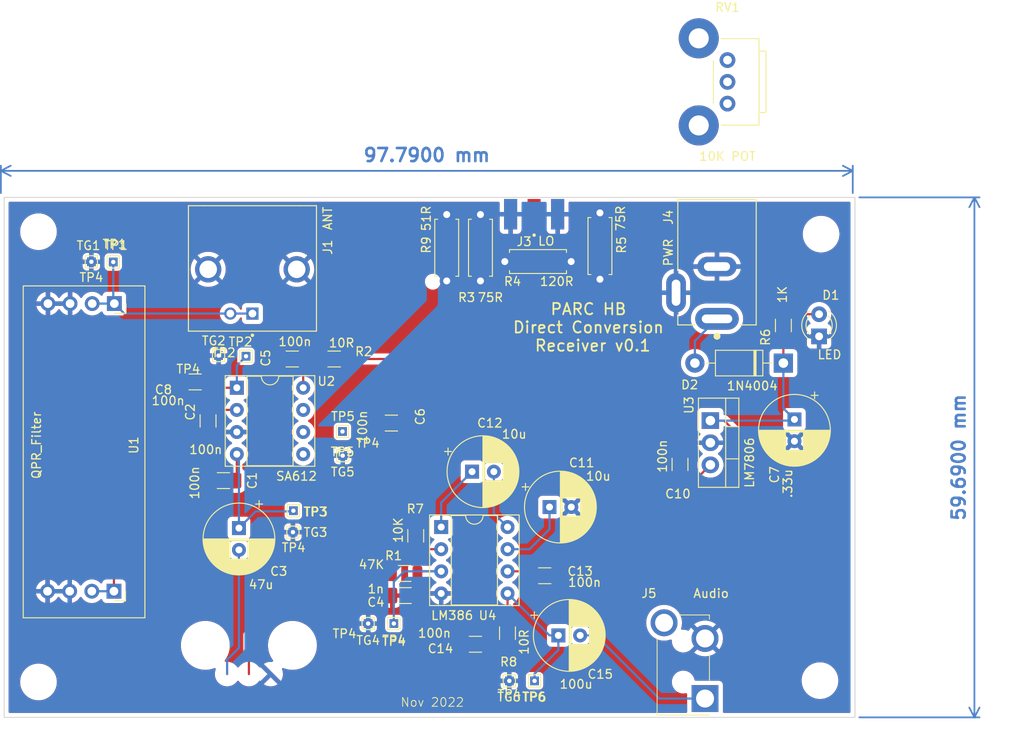
<source format=kicad_pcb>
(kicad_pcb (version 20211014) (generator pcbnew)
  (layers (0 "F.Cu" signal) (31 "B.Cu" signal) (34 "B.Paste" user) (35 "F.Paste" user) (36 "B.SilkS" user "B.Silkscreen") (37 "F.SilkS" user "F.Silkscreen") (38 "B.Mask" user) (39 "F.Mask" user) (44 "Edge.Cuts" user))
  (net 0 "")
  (net 1 "Net-(C1-Pad1)")
  (net 2 "GND")
  (net 3 "Net-(C2-Pad1)")
  (net 4 "Net-(C3-Pad2)")
  (net 5 "Net-(C4-Pad1)")
  (net 6 "Net-(C5-Pad1)")
  (net 7 "Net-(C6-Pad1)")
  (net 8 "12V")
  (net 9 "RX6V")
  (net 10 "Net-(D1-Pad2)")
  (net 11 "Net-(D2-Pad2)")
  (net 12 "Net-(C6-Pad2)")
  (net 13 "Net-(J1-Pad1)")
  (net 14 "Net-(J3-Pad1)")
  (net 15 "Net-(R1-Pad1)")
  (net 16 "Net-(C8-Pad1)")
  (net 19 "Net-(C11-Pad1)")
  (net 20 "Net-(C12-Pad1)")
  (net 21 "Net-(C12-Pad2)")
  (net 22 "Net-(C14-Pad1)")
  (net 23 "Net-(C15-Pad1)")
  (net 24 "Net-(C15-Pad2)")
  (net 25 "Net-(R7-Pad2)")
  (net 27 "Net-(C8-Pad2)")
  (footprint "Resistor_THT:R_Axial_DIN0207_L6.3mm_D2.5mm_P7.62mm_Horizontal" (layer "F.Cu") (at 72.517 32.7025 90)
    (fp_text reference "R9" (at 4.1275 -2.3495 90) (layer "F.SilkS"))
    (fp_text value "51R" (at 7.1755 -2.3495 90) (layer "F.SilkS"))
    (pad "1" thru_hole circle (at 0 0 90) (size 1.6 1.6) (drill 0.8) (layers *.Cu *.Mask) (net 7 "Net-(C6-Pad1)"))
    (pad "2" thru_hole oval (at 7.62 0 90) (size 1.6 1.6) (drill 0.8) (layers *.Cu *.Mask) (net 2 "GND"))
  )
  (footprint "Capacitor_THT:CP_Radial_D8.0mm_P2.50mm" (layer "F.Cu") (at 112.435 48.601849 -90)
    (fp_text reference "C7" (at 6.35 2.286 -270) (layer "F.SilkS"))
    (fp_text value ".33u" (at 7.366 0.762 -270) (layer "F.SilkS"))
    (pad "1" thru_hole rect (at 0 0 270) (size 1.6 1.6) (drill 0.8) (layers *.Cu *.Mask) (net 8 "12V"))
    (pad "2" thru_hole circle (at 2.5 0 270) (size 1.6 1.6) (drill 0.8) (layers *.Cu *.Mask) (net 2 "GND"))
  )
  (footprint "Capacitor_THT:CP_Radial_D8.0mm_P2.50mm" (layer "F.Cu") (at 84.318 58.664)
    (fp_text reference "C11" (at 3.692651 -5.08) (layer "F.SilkS"))
    (fp_text value "10u" (at 5.598 -3.546) (layer "F.SilkS"))
    (pad "1" thru_hole rect (at 0 0) (size 1.6 1.6) (drill 0.8) (layers *.Cu *.Mask) (net 19 "Net-(C11-Pad1)"))
    (pad "2" thru_hole circle (at 2.5 0) (size 1.6 1.6) (drill 0.8) (layers *.Cu *.Mask) (net 2 "GND"))
  )
  (footprint "Capacitor_SMD:C_1206_3216Metric" (layer "F.Cu") (at 43.6372 44.2976)
    (fp_text reference "C8" (at -3.6322 0.889 180) (layer "F.SilkS"))
    (fp_text value "100n" (at -3.0988 2.159) (layer "F.SilkS"))
    (pad "1" smd roundrect (at -1.475 0) (size 1.15 1.8) (layers "F.Cu" "F.Paste" "F.Mask") (roundrect_rratio 0.2173913043) (net 16 "Net-(C8-Pad1)"))
    (pad "2" smd roundrect (at 1.475 0) (size 1.15 1.8) (layers "F.Cu" "F.Paste" "F.Mask") (roundrect_rratio 0.2173913043) (net 27 "Net-(C8-Pad2)"))
  )
  (footprint "Custom_RF:CUI_PJ-002A" (layer "F.Cu") (at 103.545 37.0545 90)
    (fp_text reference "J4" (at 11.6545 -5.588 90) (layer "F.SilkS") (effects (font (size 1.000827 1.000827))))
    (fp_text value "PWR" (at 7.62 -5.588 90) (layer "F.SilkS") (effects (font (size 1.001181 1.001181))))
    (pad "1" thru_hole oval (at 0 0 90) (size 2.5 5) (drill oval 1 3.5) (layers *.Cu *.Mask) (net 11 "Net-(D2-Pad2)"))
    (pad "2" thru_hole oval (at 6 0 90) (size 2.25 4.5) (drill oval 1 3) (layers *.Cu *.Mask) (net 2 "GND"))
    (pad "3" thru_hole oval (at 3 -4.7 90) (size 4.5 2.25) (drill oval 3 1) (layers *.Cu *.Mask) (net 2 "GND"))
  )
  (footprint "Resistor_SMD:R_1206_3216Metric" (layer "F.Cu") (at 68.960651 61.966 -90)
    (fp_text reference "R7" (at -3.0888 0.050451 180) (layer "F.SilkS"))
    (fp_text value "10K" (at -0.6504 2.006251 -90) (layer "F.SilkS"))
    (pad "1" smd roundrect (at -1.4625 0 270) (size 1.125 1.75) (layers "F.Cu" "F.Paste" "F.Mask") (roundrect_rratio 0.2222222222) (net 2 "GND"))
    (pad "2" smd roundrect (at 1.4625 0 270) (size 1.125 1.75) (layers "F.Cu" "F.Paste" "F.Mask") (roundrect_rratio 0.2222222222) (net 25 "Net-(R7-Pad2)"))
  )
  (footprint "Resistor_THT:R_Axial_DIN0207_L6.3mm_D2.5mm_P7.62mm_Horizontal" (layer "F.Cu") (at 79.1845 30.48)
    (fp_text reference "R4" (at 0.889 2.286) (layer "F.SilkS"))
    (fp_text value "120R" (at 5.969 2.286) (layer "F.SilkS"))
    (pad "1" thru_hole circle (at 0 0) (size 1.6 1.6) (drill 0.8) (layers *.Cu *.Mask) (net 7 "Net-(C6-Pad1)"))
    (pad "2" thru_hole oval (at 7.62 0) (size 1.6 1.6) (drill 0.8) (layers *.Cu *.Mask) (net 14 "Net-(J3-Pad1)"))
  )
  (footprint "Capacitor_SMD:C_1206_3216Metric" (layer "F.Cu") (at 45.1204 48.778 -90)
    (fp_text reference "C2" (at -1.026 2.042 -90) (layer "F.SilkS"))
    (fp_text value "100n" (at 3.292 0.264 180) (layer "F.SilkS"))
    (pad "1" smd roundrect (at -1.475 0 270) (size 1.15 1.8) (layers "F.Cu" "F.Paste" "F.Mask") (roundrect_rratio 0.2173913043) (net 3 "Net-(C2-Pad1)"))
    (pad "2" smd roundrect (at 1.475 0 270) (size 1.15 1.8) (layers "F.Cu" "F.Paste" "F.Mask") (roundrect_rratio 0.2173913043) (net 2 "GND"))
  )
  (footprint "MountingHole:MountingHole_3.2mm_M3" (layer "F.Cu") (at 115.4938 27.3304)
    (fp_text reference "H4" hide)
    (fp_text value "MountingHole" hide)
    (pad "" np_thru_hole circle (at 0 0) (size 3.2 3.2) (drill 3.2) (layers *.Cu *.Mask))
  )
  (footprint "TestPoint:TestPoint_THTPad_1.0x1.0mm_Drill0.5mm" (layer "F.Cu") (at 79.7052 78.613)
    (fp_text reference "TG6" (at -0.0254 1.8542) (layer "F.SilkS"))
    (fp_text value "TP4" (at 0 1.55) (layer "F.SilkS"))
    (pad "1" thru_hole rect (at 0 0) (size 1 1) (drill 0.5) (layers *.Cu *.Mask) (net 2 "GND"))
  )
  (footprint "MountingHole:MountingHole_3.2mm_M3" (layer "F.Cu") (at 115.3668 78.5876)
    (fp_text reference "H3" hide)
    (fp_text value "MountingHole" hide)
    (pad "" np_thru_hole circle (at 0 0) (size 3.2 3.2) (drill 3.2) (layers *.Cu *.Mask))
  )
  (footprint "Package_DIP:DIP-8_W7.62mm_Socket" (layer "F.Cu") (at 71.882 60.96)
    (fp_text reference "U4" (at 5.324 10.15) (layer "F.SilkS"))
    (fp_text value "LM386" (at 1.26 10.15) (layer "F.SilkS"))
    (pad "1" thru_hole rect (at 0 0) (size 1.6 1.6) (drill 0.8) (layers *.Cu *.Mask) (net 20 "Net-(C12-Pad1)"))
    (pad "2" thru_hole oval (at 0 2.54) (size 1.6 1.6) (drill 0.8) (layers *.Cu *.Mask) (net 25 "Net-(R7-Pad2)"))
    (pad "3" thru_hole oval (at 0 5.08) (size 1.6 1.6) (drill 0.8) (layers *.Cu *.Mask) (net 5 "Net-(C4-Pad1)"))
    (pad "4" thru_hole oval (at 0 7.62) (size 1.6 1.6) (drill 0.8) (layers *.Cu *.Mask) (net 2 "GND"))
    (pad "5" thru_hole oval (at 7.62 7.62) (size 1.6 1.6) (drill 0.8) (layers *.Cu *.Mask) (net 23 "Net-(C15-Pad1)"))
    (pad "6" thru_hole oval (at 7.62 5.08) (size 1.6 1.6) (drill 0.8) (layers *.Cu *.Mask) (net 8 "12V"))
    (pad "7" thru_hole oval (at 7.62 2.54) (size 1.6 1.6) (drill 0.8) (layers *.Cu *.Mask) (net 19 "Net-(C11-Pad1)"))
    (pad "8" thru_hole oval (at 7.62 0) (size 1.6 1.6) (drill 0.8) (layers *.Cu *.Mask) (net 21 "Net-(C12-Pad2)"))
  )
  (footprint "MountingHole:MountingHole_3.2mm_M3" (layer "F.Cu") (at 25.654 78.74)
    (fp_text reference "H2" hide)
    (fp_text value "MountingHole" hide)
    (pad "" np_thru_hole circle (at 0 0) (size 3.2 3.2) (drill 3.2) (layers *.Cu *.Mask))
  )
  (footprint "Package_TO_SOT_THT:TO-220-3_Vertical" (layer "F.Cu") (at 102.783 48.7385 -90)
    (fp_text reference "U3" (at -1.778 2.453 -270) (layer "F.SilkS"))
    (fp_text value "LM7806" (at 4.826 -4.501 -270) (layer "F.SilkS"))
    (pad "1" thru_hole rect (at 0 0 270) (size 1.905 2) (drill 1.1) (layers *.Cu *.Mask) (net 8 "12V"))
    (pad "2" thru_hole oval (at 2.54 0 270) (size 1.905 2) (drill 1.1) (layers *.Cu *.Mask) (net 2 "GND"))
    (pad "3" thru_hole oval (at 5.08 0 270) (size 1.905 2) (drill 1.1) (layers *.Cu *.Mask) (net 9 "RX6V"))
  )
  (footprint "Resistor_SMD:R_1206_3216Metric" (layer "F.Cu") (at 79.492 73.142 90)
    (fp_text reference "R8" (at -3.302 0.136651) (layer "F.SilkS"))
    (fp_text value "10R" (at -1.016 1.914651 270) (layer "F.SilkS"))
    (pad "1" smd roundrect (at -1.4625 0 90) (size 1.125 1.75) (layers "F.Cu" "F.Paste" "F.Mask") (roundrect_rratio 0.2222222222) (net 22 "Net-(C14-Pad1)"))
    (pad "2" smd roundrect (at 1.4625 0 90) (size 1.125 1.75) (layers "F.Cu" "F.Paste" "F.Mask") (roundrect_rratio 0.2222222222) (net 23 "Net-(C15-Pad1)"))
  )
  (footprint "Capacitor_THT:CP_Radial_D8.0mm_P2.50mm" (layer "F.Cu") (at 85.334 73.396)
    (fp_text reference "C15" (at 4.8106 4.455) (layer "F.SilkS"))
    (fp_text value "100u" (at 2.042 5.598) (layer "F.SilkS"))
    (pad "1" thru_hole rect (at 0 0) (size 1.6 1.6) (drill 0.8) (layers *.Cu *.Mask) (net 23 "Net-(C15-Pad1)"))
    (pad "2" thru_hole circle (at 2.5 0) (size 1.6 1.6) (drill 0.8) (layers *.Cu *.Mask) (net 24 "Net-(C15-Pad2)"))
  )
  (footprint "TestPoint:TestPoint_THTPad_1.0x1.0mm_Drill0.5mm" (layer "F.Cu") (at 82.6008 78.613)
    (fp_text reference "TP6" (at 0 1.8796) (layer "F.SilkS"))
    (fp_text value "TP6" (at -0.0762 1.8288) (layer "F.SilkS"))
    (pad "1" thru_hole rect (at 0 0) (size 1 1) (drill 0.5) (layers *.Cu *.Mask) (net 23 "Net-(C15-Pad1)"))
  )
  (footprint "Custom_RF:Bourns_PTV09A_Horizontal_Pot" (layer "F.Cu") (at 104.749 12.3525)
    (fp_text reference "RV1" (at 0 -11.05) (layer "F.SilkS"))
    (fp_text value "10K POT" (at 0 6.05) (layer "F.SilkS"))
    (pad "" thru_hole circle (at -3.3 -7.5) (size 4.6 4.6) (drill 2.3) (layers *.Cu *.Mask))
    (pad "" thru_hole circle (at -3.3 2.5) (size 4.6 4.6) (drill 2.3) (layers *.Cu *.Mask))
    (pad "1" thru_hole circle (at 0 0) (size 1.8 1.8) (drill 1) (layers *.Cu *.Mask) (net 2 "GND"))
    (pad "2" thru_hole circle (at 0 -2.5) (size 1.8 1.8) (drill 1) (layers *.Cu *.Mask) (net 15 "Net-(R1-Pad1)"))
    (pad "3" thru_hole circle (at 0 -5) (size 1.8 1.8) (drill 1) (layers *.Cu *.Mask) (net 4 "Net-(C3-Pad2)"))
  )
  (footprint "Capacitor_SMD:C_1206_3216Metric" (layer "F.Cu") (at 66.167 49.022 180)
    (fp_text reference "C6" (at -3.302 0.7348 90) (layer "F.SilkS"))
    (fp_text value "100n" (at 3.302 -0.459 90) (layer "F.SilkS"))
    (pad "1" smd roundrect (at -1.475 0 180) (size 1.15 1.8) (layers "F.Cu" "F.Paste" "F.Mask") (roundrect_rratio 0.2173913043) (net 7 "Net-(C6-Pad1)"))
    (pad "2" smd roundrect (at 1.475 0 180) (size 1.15 1.8) (layers "F.Cu" "F.Paste" "F.Mask") (roundrect_rratio 0.2173913043) (net 12 "Net-(C6-Pad2)"))
  )
  (footprint "Capacitor_SMD:C_1206_3216Metric" (layer "F.Cu") (at 67.739651 68.824 180)
    (fp_text reference "C4" (at 3.351 -0.762 180) (layer "F.SilkS"))
    (fp_text value "1n" (at 3.351 0.762 180) (layer "F.SilkS"))
    (pad "1" smd roundrect (at -1.475 0 180) (size 1.15 1.8) (layers "F.Cu" "F.Paste" "F.Mask") (roundrect_rratio 0.2173913043) (net 5 "Net-(C4-Pad1)"))
    (pad "2" smd roundrect (at 1.475 0 180) (size 1.15 1.8) (layers "F.Cu" "F.Paste" "F.Mask") (roundrect_rratio 0.2173913043) (net 2 "GND"))
  )
  (footprint "MountingHole:MountingHole_3.2mm_M3" (layer "F.Cu") (at 25.654 27.051)
    (fp_text reference "H1" hide)
    (fp_text value "MountingHole" hide)
    (pad "" np_thru_hole circle (at 0 0) (size 3.2 3.2) (drill 3.2) (layers F&B.Cu *.Mask))
  )
  (footprint "Capacitor_SMD:C_1206_3216Metric" (layer "F.Cu") (at 54.7849 41.666 180)
    (fp_text reference "C5" (at 3.0451 0.1116 270) (layer "F.SilkS"))
    (fp_text value "100n" (at -0.3077 1.9912 180) (layer "F.SilkS"))
    (pad "1" smd roundrect (at -1.475 0 180) (size 1.15 1.8) (layers "F.Cu" "F.Paste" "F.Mask") (roundrect_rratio 0.2173913043) (net 6 "Net-(C5-Pad1)"))
    (pad "2" smd roundrect (at 1.475 0 180) (size 1.15 1.8) (layers "F.Cu" "F.Paste" "F.Mask") (roundrect_rratio 0.2173913043) (net 2 "GND"))
  )
  (footprint "Custom_RF:CONN_1-1337543-0" (layer "F.Cu") (at 50.2158 36.4505 -90)
    (fp_text reference "J1" (at -7.62 -8.636 -90) (layer "F.SilkS") (effects (font (size 1.001882 1.001882))))
    (fp_text value "ANT" (at -10.922 -8.636 90) (layer "F.SilkS") (effects (font (size 1.000929 1.000929))))
    (pad "1" thru_hole rect (at 0 0 270) (size 1.398 1.398) (drill 0.89) (layers *.Cu *.Mask) (net 13 "Net-(J1-Pad1)"))
    (pad "2" thru_hole circle (at 0 2.54 270) (size 1.398 1.398) (drill 0.89) (layers *.Cu *.Mask) (net 2 "GND"))
    (pad "P1" thru_hole circle (at -5.08 5.08 270) (size 3.015 3.015) (drill 2.01) (layers *.Cu *.Mask))
    (pad "P2" thru_hole circle (at -5.08 -5.08 270) (size 3.015 3.015) (drill 2.01) (layers *.Cu *.Mask))
  )
  (footprint "Custom_RF:48322230" (layer "F.Cu") (at 102.172 80.647)
    (fp_text reference "J5" (at -6.4394 -12.067) (layer "F.SilkS"))
    (fp_text value "Audio" (at 0.698 -12.067 180) (layer "F.SilkS"))
    (pad "" np_thru_hole circle (at -2.5 -6.6) (size 1.6 1.6) (drill 1.6) (layers *.Cu *.Mask))
    (pad "" np_thru_hole circle (at -2.5 -1.9) (size 1.6 1.6) (drill 1.6) (layers *.Cu *.Mask))
    (pad "1" thru_hole rect (at 0 0) (size 3.092 3.092) (drill 2.0616) (layers *.Cu *.Mask) (net 24 "Net-(C15-Pad2)"))
    (pad "2" thru_hole circle (at 0 -6.9) (size 3.092 3.092) (drill 2.0616) (layers *.Cu *.Mask) (net 2 "GND"))
    (pad "3" thru_hole circle (at -4.7 -8.7) (size 3.092 3.092) (drill 2.0616) (layers *.Cu *.Mask))
  )
  (footprint "TestPoint:TestPoint_THTPad_1.0x1.0mm_Drill0.5mm" (layer "F.Cu") (at 54.9148 59.0804)
    (fp_text reference "TP3" (at 2.5146 0.127) (layer "F.SilkS"))
    (fp_text value "TP3" (at 2.5908 0.1524) (layer "F.SilkS"))
    (pad "1" thru_hole rect (at 0 0) (size 1 1) (drill 0.5) (layers *.Cu *.Mask) (net 1 "Net-(C1-Pad1)"))
  )
  (footprint "Resistor_THT:R_Axial_DIN0207_L6.3mm_D2.5mm_P7.62mm_Horizontal" (layer "F.Cu") (at 76.3905 32.7025 90)
    (fp_text reference "R3" (at -1.905 -1.5875 180) (layer "F.SilkS"))
    (fp_text value "75R" (at -1.905 1.143 180) (layer "F.SilkS"))
    (pad "1" thru_hole circle (at 0 0 90) (size 1.6 1.6) (drill 0.8) (layers *.Cu *.Mask) (net 7 "Net-(C6-Pad1)"))
    (pad "2" thru_hole oval (at 7.62 0 90) (size 1.6 1.6) (drill 0.8) (layers *.Cu *.Mask) (net 2 "GND"))
  )
  (footprint "Capacitor_SMD:C_1206_3216Metric" (layer "F.Cu") (at 99.298 53.7695 90)
    (fp_text reference "C10" (at -3.3805 -0.238 180) (layer "F.SilkS"))
    (fp_text value "100n" (at 0.9375 -2.016 90) (layer "F.SilkS"))
    (pad "1" smd roundrect (at -1.475 0 90) (size 1.15 1.8) (layers "F.Cu" "F.Paste" "F.Mask") (roundrect_rratio 0.2173913043) (net 9 "RX6V"))
    (pad "2" smd roundrect (at 1.475 0 90) (size 1.15 1.8) (layers "F.Cu" "F.Paste" "F.Mask") (roundrect_rratio 0.2173913043) (net 2 "GND"))
  )
  (footprint "Resistor_SMD:R_1206_3216Metric" (layer "F.Cu") (at 67.690651 66.284)
    (fp_text reference "R1" (at -1.27 -2.032) (layer "F.SilkS"))
    (fp_text value "47K" (at -3.81 -1.016) (layer "F.SilkS"))
    (pad "1" smd roundrect (at -1.4625 0) (size 1.125 1.75) (layers "F.Cu" "F.Paste" "F.Mask") (roundrect_rratio 0.2222222222) (net 15 "Net-(R1-Pad1)"))
    (pad "2" smd roundrect (at 1.4625 0) (size 1.125 1.75) (layers "F.Cu" "F.Paste" "F.Mask") (roundrect_rratio 0.2222222222) (net 5 "Net-(C4-Pad1)"))
  )
  (footprint "Capacitor_THT:CP_Radial_D8.0mm_P2.50mm" (layer "F.Cu") (at 48.6664 61.077349 -90)
    (fp_text reference "C3" (at 4.962651 -4.572 180) (layer "F.SilkS"))
    (fp_text value "47u" (at 6.486651 -2.54 180) (layer "F.SilkS"))
    (pad "1" thru_hole rect (at 0 0 270) (size 1.6 1.6) (drill 0.8) (layers *.Cu *.Mask) (net 1 "Net-(C1-Pad1)"))
    (pad "2" thru_hole circle (at 2.5 0 270) (size 1.6 1.6) (drill 0.8) (layers *.Cu *.Mask) (net 4 "Net-(C3-Pad2)"))
  )
  (footprint "Package_DIP:DIP-8_W7.62mm_Socket" (layer "F.Cu") (at 48.4224 44.968)
    (fp_text reference "U2" (at 10.277 -0.7466) (layer "F.SilkS"))
    (fp_text value "SA612" (at 6.848 10.15) (layer "F.SilkS"))
    (pad "1" thru_hole rect (at 0 0) (size 1.6 1.6) (drill 0.8) (layers *.Cu *.Mask) (net 27 "Net-(C8-Pad2)"))
    (pad "2" thru_hole oval (at 0 2.54) (size 1.6 1.6) (drill 0.8) (layers *.Cu *.Mask) (net 3 "Net-(C2-Pad1)"))
    (pad "3" thru_hole oval (at 0 5.08) (size 1.6 1.6) (drill 0.8) (layers *.Cu *.Mask) (net 2 "GND"))
    (pad "4" thru_hole oval (at 0 7.62) (size 1.6 1.6) (drill 0.8) (layers *.Cu *.Mask) (net 1 "Net-(C1-Pad1)"))
    (pad "5" thru_hole oval (at 7.62 7.62) (size 1.6 1.6) (drill 0.8) (layers *.Cu *.Mask))
    (pad "6" thru_hole oval (at 7.62 5.08) (size 1.6 1.6) (drill 0.8) (layers *.Cu *.Mask) (net 12 "Net-(C6-Pad2)"))
    (pad "7" thru_hole oval (at 7.62 2.54) (size 1.6 1.6) (drill 0.8) (layers *.Cu *.Mask))
    (pad "8" thru_hole oval (at 7.62 0) (size 1.6 1.6) (drill 0.8) (layers *.Cu *.Mask) (net 6 "Net-(C5-Pad1)"))
  )
  (footprint "TestPoint:TestPoint_THTPad_1.0x1.0mm_Drill0.5mm" (layer "F.Cu") (at 63.5 72.0344)
    (fp_text reference "TG4" (at 0 1.9304) (layer "F.SilkS"))
    (fp_text value "TP4" (at -2.7178 1.1684) (layer "F.SilkS"))
    (pad "1" thru_hole rect (at 0 0) (size 1 1) (drill 0.5) (layers *.Cu *.Mask) (net 2 "GND"))
  )
  (footprint "Custom_RF:RFSOLUTIONS_CON-SMA-EDGE-S" (layer "F.Cu") (at 82.55 25.0465 -90)
    (fp_text reference "J3" (at 3.1475 1.143 180) (layer "F.SilkS"))
    (fp_text value "LO" (at 3.084 -1.397 180) (layer "F.SilkS"))
    (pad "1" smd rect (at 0 0 270) (size 3.5 1.5) (layers "F.Cu" "F.Paste" "F.Mask") (net 14 "Net-(J3-Pad1)"))
    (pad "G1" smd rect (at 0 -2.7 270) (size 3.5 1.5) (layers "F.Cu" "F.Paste" "F.Mask") (net 2 "GND"))
    (pad "G2" smd rect (at 0 2.7 270) (size 3.5 1.5) (layers "F.Cu" "F.Paste" "F.Mask") (net 2 "GND"))
    (pad "G3" smd rect (at 0 -2.7 270) (size 3.5 1.5) (layers "B.Cu" "B.Paste" "B.Mask") (net 2 "GND"))
    (pad "G4" smd rect (at 0 2.7 270) (size 3.5 1.5) (layers "B.Cu" "B.Paste" "B.Mask") (net 2 "GND"))
  )
  (footprint "Capacitor_SMD:C_1206_3216Metric" (layer "F.Cu") (at 75.818651 74.412 180)
    (fp_text reference "C14" (at 4.015 -0.508 180) (layer "F.SilkS"))
    (fp_text value "100n" (at 4.708651 1.27) (layer "F.SilkS"))
    (pad "1" smd roundrect (at -1.475 0 180) (size 1.15 1.8) (layers "F.Cu" "F.Paste" "F.Mask") (roundrect_rratio 0.2173913043) (net 22 "Net-(C14-Pad1)"))
    (pad "2" smd roundrect (at 1.475 0 180) (size 1.15 1.8) (layers "F.Cu" "F.Paste" "F.Mask") (roundrect_rratio 0.2173913043) (net 2 "GND"))
  )
  (footprint "LED_THT:LED_D3.0mm" (layer "F.Cu") (at 115.2652 39.0652 90)
    (fp_text reference "D1" (at 4.7244 1.3462) (layer "F.SilkS"))
    (fp_text value "LED" (at -2.1082 1.1938) (layer "F.SilkS"))
    (pad "1" thru_hole rect (at 0 0 90) (size 1.8 1.8) (drill 0.9) (layers *.Cu *.Mask) (net 2 "GND"))
    (pad "2" thru_hole circle (at 2.54 0 90) (size 1.8 1.8) (drill 0.9) (layers *.Cu *.Mask) (net 10 "Net-(D1-Pad2)"))
  )
  (footprint "Diode_THT:D_DO-41_SOD81_P10.16mm_Horizontal" (layer "F.Cu") (at 111.165 42.1345 180)
    (fp_text reference "D2" (at 10.7588 -2.4933 180) (layer "F.SilkS"))
    (fp_text value "1N4004" (at 3.5706 -2.6203) (layer "F.SilkS"))
    (pad "1" thru_hole rect (at 0 0 180) (size 2.2 2.2) (drill 1.1) (layers *.Cu *.Mask) (net 8 "12V"))
    (pad "2" thru_hole oval (at 10.16 0 180) (size 2.2 2.2) (drill 1.1) (layers *.Cu *.Mask) (net 11 "Net-(D2-Pad2)"))
  )
  (footprint "Capacitor_SMD:C_1206_3216Metric" (layer "F.Cu") (at 83.771 66.548)
    (fp_text reference "C13" (at 4.064 -0.508) (layer "F.SilkS"))
    (fp_text value "100n" (at 4.572 0.762 180) (layer "F.SilkS"))
    (pad "1" smd roundrect (at -1.475 0) (size 1.15 1.8) (layers "F.Cu" "F.Paste" "F.Mask") (roundrect_rratio 0.2173913043) (net 8 "12V"))
    (pad "2" smd roundrect (at 1.475 0) (size 1.15 1.8) (layers "F.Cu" "F.Paste" "F.Mask") (roundrect_rratio 0.2173913043) (net 2 "GND"))
  )
  (footprint "TestPoint:TestPoint_THTPad_1.0x1.0mm_Drill0.5mm" (layer "F.Cu") (at 31.7246 30.5054)
    (fp_text reference "TG1" (at -0.3302 -1.8542) (layer "F.SilkS"))
    (fp_text value "TP4" (at 0 1.8034) (layer "F.SilkS"))
    (pad "1" thru_hole rect (at 0 0) (size 1 1) (drill 0.5) (layers *.Cu *.Mask) (net 2 "GND"))
  )
  (footprint "Capacitor_SMD:C_1206_3216Metric" (layer "F.Cu") (at 46.8884 55.626 180)
    (fp_text reference "C1" (at -3.302 0 90) (layer "F.SilkS"))
    (fp_text value "100n" (at 3.302 -0.254 90) (layer "F.SilkS"))
    (pad "1" smd roundrect (at -1.475 0 180) (size 1.15 1.8) (layers "F.Cu" "F.Paste" "F.Mask") (roundrect_rratio 0.2173913043) (net 1 "Net-(C1-Pad1)"))
    (pad "2" smd roundrect (at 1.475 0 180) (size 1.15 1.8) (layers "F.Cu" "F.Paste" "F.Mask") (roundrect_rratio 0.2173913043) (net 2 "GND"))
  )
  (footprint "TestPoint:TestPoint_THTPad_1.0x1.0mm_Drill0.5mm" (layer "F.Cu") (at 66.4464 72.0344)
    (fp_text reference "TP4" (at 0.0254 1.8796) (layer "F.SilkS"))
    (fp_text value "TP4" (at 0 2.0574) (layer "F.SilkS"))
    (pad "1" thru_hole rect (at 0 0) (size 1 1) (drill 0.5) (layers *.Cu *.Mask) (net 5 "Net-(C4-Pad1)"))
  )
  (footprint "Capacitor_THT:CP_Radial_D8.0mm_P2.50mm" (layer "F.Cu") (at 75.428 54.6)
    (fp_text reference "C12" (at 2.042 -5.578) (layer "F.SilkS"))
    (fp_text value "10u" (at 4.836 -4.308) (layer "F.SilkS"))
    (pad "1" thru_hole rect (at 0 0) (size 1.6 1.6) (drill 0.8) (layers *.Cu *.Mask) (net 20 "Net-(C12-Pad1)"))
    (pad "2" thru_hole circle (at 2.5 0) (size 1.6 1.6) (drill 0.8) (layers *.Cu *.Mask) (net 21 "Net-(C12-Pad2)"))
  )
  (footprint "TestPoint:TestPoint_THTPad_1.0x1.0mm_Drill0.5mm" (layer "F.Cu") (at 49.4792 41.3512)
    (fp_text reference "TP2" (at -0.635 -1.651) (layer "F.SilkS"))
    (fp_text value "TP2" (at -2.5654 -0.4064) (layer "F.SilkS"))
    (pad "1" thru_hole rect (at 0 0) (size 1 1) (drill 0.5) (layers *.Cu *.Mask) (net 27 "Net-(C8-Pad2)"))
  )
  (footprint "Resistor_THT:R_Axial_DIN0207_L6.3mm_D2.5mm_P7.62mm_Horizontal" (layer "F.Cu") (at 90.1065 32.512 90)
    (fp_text reference "R5" (at 3.937 2.4765 90) (layer "F.SilkS"))
    (fp_text value "75R" (at 6.985 2.37 90) (layer "F.SilkS"))
    (pad "1" thru_hole circle (at 0 0 90) (size 1.6 1.6) (drill 0.8) (layers *.Cu *.Mask) (net 14 "Net-(J3-Pad1)"))
    (pad "2" thru_hole oval (at 7.62 0 90) (size 1.6 1.6) (drill 0.8) (layers *.Cu *.Mask) (net 2 "GND"))
  )
  (footprint "TestPoint:TestPoint_THTPad_1.0x1.0mm_Drill0.5mm" (layer "F.Cu") (at 34.2392 30.5308)
    (fp_text reference "TP1" (at 0.3048 -1.905) (layer "F.SilkS"))
    (fp_text value "TP1" (at 0.127 -2.0574) (layer "F.SilkS"))
    (pad "1" thru_hole rect (at 0 0) (size 1 1) (drill 0.5) (layers *.Cu *.Mask) (net 13 "Net-(J1-Pad1)"))
  )
  (footprint "TestPoint:TestPoint_THTPad_1.0x1.0mm_Drill0.5mm" (layer "F.Cu") (at 60.579 52.7558)
    (fp_text reference "TG5" (at 0 1.8796) (layer "F.SilkS"))
    (fp_text value "TP4" (at 2.8702 -1.4224) (layer "F.SilkS"))
    (pad "1" thru_hole rect (at 0 0) (size 1 1) (drill 0.5) (layers *.Cu *.Mask) (net 2 "GND"))
  )
  (footprint "Resistor_SMD:R_1206_3216Metric" (layer "F.Cu") (at 111.165 37.8165 90)
    (fp_text reference "R6" (at -1.3503 -2.0466 90) (layer "F.SilkS"))
    (fp_text value "1K" (at 3.5519 -0.1162 90) (layer "F.SilkS"))
    (pad "1" smd roundrect (at -1.4625 0 90) (size 1.125 1.75) (layers "F.Cu" "F.Paste" "F.Mask") (roundrect_rratio 0.2222222222) (net 8 "12V"))
    (pad "2" smd roundrect (at 1.4625 0 90) (size 1.125 1.75) (layers "F.Cu" "F.Paste" "F.Mask") (roundrect_rratio 0.2222222222) (net 10 "Net-(D1-Pad2)"))
  )
  (footprint "Custom_RF:QRPLabs_Filter_TH" (layer "F.Cu") (at 28.9814 45.466 -90)
    (fp_text reference "U1" (at 6.096 -7.62 90 unlocked) (layer "F.SilkS"))
    (fp_text value "QPR_Filter" (at 6.096 3.556 90 unlocked) (layer "F.SilkS"))
    (pad "1" thru_hole rect (at -10.16 -5.38 270) (size 1.7 1.7) (drill 1) (layers *.Cu *.Mask) (net 13 "Net-(J1-Pad1)"))
    (pad "2" thru_hole oval (at -10.16 -2.84 270) (size 1.7 1.7) (drill 1) (layers *.Cu *.Mask) (net 13 "Net-(J1-Pad1)"))
    (pad "3" thru_hole oval (at -10.16 -0.3 270) (size 1.7 1.7) (drill 1) (layers *.Cu *.Mask) (net 2 "GND"))
    (pad "4" thru_hole oval (at -10.16 2.24 270) (size 1.7 1.7) (drill 1) (layers *.Cu *.Mask) (net 2 "GND"))
    (pad "5" thru_hole oval (at 22.86 2.286 270) (size 1.7 1.7) (drill 1) (layers *.Cu *.Mask) (net 2 "GND"))
    (pad "6" thru_hole oval (at 22.86 -0.254 270) (size 1.7 1.7) (drill 1) (layers *.Cu *.Mask) (net 2 "GND"))
    (pad "7" thru_hole oval (at 22.86 -2.794 270) (size 1.7 1.7) (drill 1) (layers *.Cu *.Mask) (net 16 "Net-(C8-Pad1)"))
    (pad "8" thru_hole rect (at 22.86 -5.334 270) (size 1.7 1.7) (drill 1) (layers *.Cu *.Mask) (net 16 "Net-(C8-Pad1)"))
  )
  (footprint "TestPoint:TestPoint_THTPad_1.0x1.0mm_Drill0.5mm" (layer "F.Cu") (at 54.864 61.5442)
    (fp_text reference "TG3" (at 2.5908 0.0254) (layer "F.SilkS"))
    (fp_text value "TP4" (at 0.0762 1.778) (layer "F.SilkS"))
    (pad "1" thru_hole rect (at 0 0) (size 1 1) (drill 0.5) (layers *.Cu *.Mask) (net 2 "GND"))
  )
  (footprint "Resistor_SMD:R_1206_3216Metric" (layer "F.Cu") (at 59.5984 41.666 180)
    (fp_text reference "R2" (at -3.3936 0.8482 180) (layer "F.SilkS"))
    (fp_text value "10R" (at -0.8536 1.8388 180) (layer "F.SilkS"))
    (pad "1" smd roundrect (at -1.4625 0 180) (size 1.125 1.75) (layers "F.Cu" "F.Paste" "F.Mask") (roundrect_rratio 0.2222222222) (net 9 "RX6V"))
    (pad "2" smd roundrect (at 1.4625 0 180) (size 1.125 1.75) (layers "F.Cu" "F.Paste" "F.Mask") (roundrect_rratio 0.2222222222) (net 6 "Net-(C5-Pad1)"))
  )
  (footprint "TestPoint:TestPoint_THTPad_1.0x1.0mm_Drill0.5mm" (layer "F.Cu") (at 60.5536 49.9872)
    (fp_text reference "TP5" (at 0.0508 -1.7272) (layer "F.SilkS"))
    (fp_text value "TP5" (at 0 2.3368) (layer "F.SilkS"))
    (pad "1" thru_hole rect (at 0 0) (size 1 1) (drill 0.5) (layers *.Cu *.Mask) (net 12 "Net-(C6-Pad2)"))
  )
  (footprint "TestPoint:TestPoint_THTPad_1.0x1.0mm_Drill0.5mm" (layer "F.Cu") (at 46.3296 41.275)
    (fp_text reference "TG2" (at -0.5588 -1.7018) (layer "F.SilkS"))
    (fp_text value "TP4" (at -3.4798 1.5494) (layer "F.SilkS"))
    (pad "1" thru_hole rect (at 0 0) (size 1 1) (drill 0.5) (layers *.Cu *.Mask) (net 2 "GND"))
  )
  (gr_rect (start 119.38 82.804) (end 21.717 23.114) (layer "Edge.Cuts") (width 0.1) (fill none))
  (gr_text "Nov 2022" (at 70.866 81.0768) (layer "F.SilkS") (effects (font (size 1 1) (thickness 0.1))))
  (gr_text "PARC HB \nDirect Conversion \nReceiver v0.1" (at 89.281 38.0365) (layer "F.SilkS") (effects (font (size 1.3 1.3) (thickness 0.2))))
  (dimension (type aligned) (layer "B.Cu") (pts (xy 21.336 23.114) (xy 119.126 23.114)) (height -3.048) (gr_text "97.7900 mm" (at 70.231 18.266) (layer "B.Cu") (effects (font (size 1.5 1.5) (thickness 0.3)))) (format (units 3) (units_format 1) (precision 4)) (style (thickness 0.2) (arrow_length 1.27) (text_position_mode 0) (extension_height 0.58642) (extension_offset 0.5) keep_text_aligned))
  (dimension (type aligned) (layer "B.Cu") (pts (xy 119.38 23.114) (xy 119.38 82.804)) (height -13.716) (gr_text "59.6900 mm" (at 131.296 52.959 90) (layer "B.Cu") (effects (font (size 1.5 1.5) (thickness 0.3)))) (format (units 3) (units_format 1) (precision 4)) (style (thickness 0.2) (arrow_length 1.27) (text_position_mode 0) (extension_height 0.58642) (extension_offset 0.5) keep_text_aligned))
  (segment (start 48.4224 55.567) (end 48.3634 55.626) (width 0.25) (layer "F.Cu") (net 1))
  (segment (start 48.4224 52.588) (end 48.4224 55.567) (width 0.25) (layer "F.Cu") (net 1))
  (segment (start 54.9148 59.0804) (end 54.8386 59.1566) (width 0.25) (layer "B.Cu") (net 1))
  (segment (start 48.6664 52.832) (end 48.4224 52.588) (width 0.25) (layer "B.Cu") (net 1))
  (segment (start 50.587149 59.1566) (end 48.6664 61.077349) (width 0.25) (layer "B.Cu") (net 1))
  (segment (start 48.6664 61.077349) (end 48.6664 52.832) (width 0.25) (layer "B.Cu") (net 1))
  (segment (start 54.8386 59.1566) (end 50.587149 59.1566) (width 0.25) (layer "B.Cu") (net 1))
  (segment (start 45.3254 47.508) (end 48.4224 47.508) (width 0.25) (layer "F.Cu") (net 3))
  (segment (start 45.1204 47.303) (end 45.3254 47.508) (width 0.25) (layer "F.Cu") (net 3))
  (segment (start 47.309 76.3158) (end 47.309 77.838) (width 0.25) (layer "B.Cu") (net 4))
  (segment (start 47.244 76.2508) (end 47.309 76.3158) (width 0.25) (layer "B.Cu") (net 4))
  (segment (start 48.6664 63.577349) (end 48.6664 74.8284) (width 0.25) (layer "B.Cu") (net 4))
  (segment (start 48.6664 74.8284) (end 47.244 76.2508) (width 0.25) (layer "B.Cu") (net 4))
  (segment (start 69.153151 66.284) (end 69.397151 66.04) (width 0.25) (layer "F.Cu") (net 5))
  (segment (start 69.397151 66.04) (end 71.882 66.04) (width 0.25) (layer "F.Cu") (net 5))
  (segment (start 69.153151 66.284) (end 69.153151 68.7625) (width 0.25) (layer "F.Cu") (net 5))
  (segment (start 69.153151 68.7625) (end 69.214651 68.824) (width 0.25) (layer "F.Cu") (net 5))
  (segment (start 66.4464 67.2338) (end 67.6402 66.04) (width 0.25) (layer "B.Cu") (net 5))
  (segment (start 66.4464 72.0344) (end 66.4464 67.2338) (width 0.25) (layer "B.Cu") (net 5))
  (segment (start 67.6402 66.04) (end 71.882 66.04) (width 0.25) (layer "B.Cu") (net 5))
  (segment (start 56.2599 41.666) (end 58.1359 41.666) (width 0.25) (layer "F.Cu") (net 6))
  (segment (start 56.2599 41.666) (end 56.0424 41.8835) (width 0.25) (layer "F.Cu") (net 6))
  (segment (start 56.0424 41.8835) (end 56.0424 44.968) (width 0.25) (layer "F.Cu") (net 6))
  (segment (start 105.664 50.038) (end 104.3645 48.7385) (width 0.25) (layer "F.Cu") (net 8))
  (segment (start 82.335 66.538) (end 84.357 64.516) (width 0.25) (layer "F.Cu") (net 8))
  (segment (start 104.394 64.516) (end 105.664 63.246) (width 0.25) (layer "F.Cu") (net 8))
  (segment (start 81.837 66.04) (end 82.335 66.538) (width 0.25) (layer "F.Cu") (net 8))
  (segment (start 105.664 63.246) (end 105.664 50.038) (width 0.25) (layer "F.Cu") (net 8))
  (segment (start 111.165 39.279) (end 111.165 42.1345) (width 0.25) (layer "F.Cu") (net 8))
  (segment (start 84.357 64.516) (end 104.394 64.516) (width 0.25) (layer "F.Cu") (net 8))
  (segment (start 79.502 66.04) (end 81.837 66.04) (width 0.25) (layer "F.Cu") (net 8))
  (segment (start 104.3645 48.7385) (end 102.783 48.7385) (width 0.25) (layer "F.Cu") (net 8))
  (segment (start 111.165 47.331849) (end 112.435 48.601849) (width 0.25) (layer "B.Cu") (net 8))
  (segment (start 111.165 42.1345) (end 111.165 47.331849) (width 0.25) (layer "B.Cu") (net 8))
  (segment (start 112.298349 48.7385) (end 112.435 48.601849) (width 0.25) (layer "B.Cu") (net 8))
  (segment (start 102.783 48.7385) (end 112.298349 48.7385) (width 0.25) (layer "B.Cu") (net 8))
  (segment (start 98.9927 55.5498) (end 99.298 55.2445) (width 0.25) (layer "F.Cu") (net 9))
  (segment (start 102.783 53.8185) (end 101.1533 55.4482) (width 0.25) (layer "F.Cu") (net 9))
  (segment (start 99.5017 55.4482) (end 99.298 55.2445) (width 0.25) (layer "F.Cu") (net 9))
  (segment (start 82.4838 41.666) (end 96.3676 55.5498) (width 0.25) (layer "F.Cu") (net 9))
  (segment (start 96.3676 55.5498) (end 98.9927 55.5498) (width 0.25) (layer "F.Cu") (net 9))
  (segment (start 101.1533 55.4482) (end 99.5017 55.4482) (width 0.25) (layer "F.Cu") (net 9))
  (segment (start 61.0609 41.666) (end 82.4838 41.666) (width 0.25) (layer "F.Cu") (net 9))
  (segment (start 111.165 36.354) (end 111.3362 36.5252) (width 0.25) (layer "F.Cu") (net 10))
  (segment (start 111.3362 36.5252) (end 115.2652 36.5252) (width 0.25) (layer "F.Cu") (net 10))
  (segment (start 101.005 39.5945) (end 103.545 37.0545) (width 0.25) (layer "B.Cu") (net 11))
  (segment (start 101.005 42.1345) (end 101.005 39.5945) (width 0.25) (layer "B.Cu") (net 11))
  (segment (start 50.2158 36.4505) (end 47.6758 36.4505) (width 0.25) (layer "B.Cu") (net 13))
  (segment (start 34.2392 30.5308) (end 34.2392 35.1838) (width 0.25) (layer "B.Cu") (net 13))
  (segment (start 31.8214 35.306) (end 34.3614 35.306) (width 0.25) (layer "B.Cu") (net 13))
  (segment (start 34.2392 35.1838) (end 34.3614 35.306) (width 0.25) (layer "B.Cu") (net 13))
  (segment (start 47.6758 36.4505) (end 35.5059 36.4505) (width 0.25) (layer "B.Cu") (net 13))
  (segment (start 35.5059 36.4505) (end 34.3614 35.306) (width 0.25) (layer "B.Cu") (net 13))
  (segment (start 56.906 66.284) (end 49.809 73.381) (width 0.25) (layer "F.Cu") (net 15))
  (segment (start 66.228151 66.284) (end 56.906 66.284) (width 0.25) (layer "F.Cu") (net 15))
  (segment (start 49.809 73.381) (end 49.809 77.838) (width 0.25) (layer "F.Cu") (net 15))
  (segment (start 34.3154 46.5328) (end 34.3154 68.326) (width 0.25) (layer "F.Cu") (net 16))
  (segment (start 42.1622 44.2976) (end 36.5506 44.2976) (width 0.25) (layer "F.Cu") (net 16))
  (segment (start 36.5506 44.2976) (end 34.3154 46.5328) (width 0.25) (layer "F.Cu") (net 16))
  (segment (start 31.7754 68.326) (end 34.3154 68.326) (width 0.25) (layer "B.Cu") (net 16))
  (segment (start 84.318 61.204) (end 84.318 58.664) (width 0.25) (layer "B.Cu") (net 19))
  (segment (start 79.502 63.5) (end 82.022 63.5) (width 0.25) (layer "B.Cu") (net 19))
  (segment (start 82.022 63.5) (end 84.318 61.204) (width 0.25) (layer "B.Cu") (net 19))
  (segment (start 71.882 60.96) (end 71.882 58.146) (width 0.25) (layer "B.Cu") (net 20))
  (segment (start 71.882 58.146) (end 75.428 54.6) (width 0.25) (layer "B.Cu") (net 20))
  (segment (start 77.928 59.386) (end 79.502 60.96) (width 0.25) (layer "B.Cu") (net 21))
  (segment (start 77.928 54.6) (end 77.928 59.386) (width 0.25) (layer "B.Cu") (net 21))
  (segment (start 79.2995 74.412) (end 79.492 74.6045) (width 0.25) (layer "F.Cu") (net 22))
  (segment (start 77.293651 74.412) (end 79.2995 74.412) (width 0.25) (layer "F.Cu") (net 22))
  (segment (start 79.502 68.58) (end 79.502 71.6695) (width 0.25) (layer "F.Cu") (net 23))
  (segment (start 79.502 71.6695) (end 79.492 71.6795) (width 0.25) (layer "F.Cu") (net 23))
  (segment (start 85.334 75.067) (end 85.334 73.396) (width 0.25) (layer "B.Cu") (net 23))
  (segment (start 85.334 73.396) (end 84.318 73.396) (width 0.25) (layer "B.Cu") (net 23))
  (segment (start 84.318 73.396) (end 79.502 68.58) (width 0.25) (layer "B.Cu") (net 23))
  (segment (start 82.6008 77.8002) (end 85.334 75.067) (width 0.25) (layer "B.Cu") (net 23))
  (segment (start 82.6008 78.613) (end 82.6008 77.8002) (width 0.25) (layer "B.Cu") (net 23))
  (segment (start 96.903 80.647) (end 89.652 73.396) (width 0.25) (layer "B.Cu") (net 24))
  (segment (start 102.172 80.647) (end 96.903 80.647) (width 0.25) (layer "B.Cu") (net 24))
  (segment (start 89.652 73.396) (end 87.834 73.396) (width 0.25) (layer "B.Cu") (net 24))
  (segment (start 68.960651 63.4285) (end 69.032151 63.5) (width 0.25) (layer "F.Cu") (net 25))
  (segment (start 69.032151 63.5) (end 71.882 63.5) (width 0.25) (layer "F.Cu") (net 25))
  (segment (start 45.7826 44.968) (end 48.4224 44.968) (width 0.25) (layer "F.Cu") (net 27))
  (segment (start 45.1122 44.2976) (end 45.7826 44.968) (width 0.25) (layer "F.Cu") (net 27))
  (segment (start 48.3616 44.392404) (end 48.104202 44.649802) (width 0.25) (layer "B.Cu") (net 27))
  (segment (start 48.4224 44.968) (end 48.4224 42.408) (width 0.25) (layer "B.Cu") (net 27))
  (segment (start 48.4224 42.408) (end 49.4792 41.3512) (width 0.25) (layer "B.Cu") (net 27))
  (zone (net 2) (net_name "GND") (layers F&B.Cu) (connect_pads (clearance 0.508)) (min_thickness 0.254) (fill yes (thermal_gap 0.508) (thermal_bridge_width 0.508))
    (polygon (pts (xy 119.38 82.804) (xy 21.717 82.804) (xy 21.7424 23.114) (xy 119.38 23.114)))
  )
)
</source>
